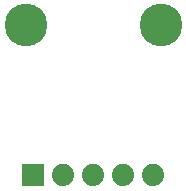
<source format=gbr>
G04 EAGLE Gerber RS-274X export*
G75*
%MOMM*%
%FSLAX34Y34*%
%LPD*%
%INSoldermask Bottom*%
%IPPOS*%
%AMOC8*
5,1,8,0,0,1.08239X$1,22.5*%
G01*
%ADD10C,3.617600*%
%ADD11R,1.879600X1.879600*%
%ADD12C,1.879600*%


D10*
X25400Y152400D03*
X139700Y152400D03*
D11*
X31750Y25400D03*
D12*
X57150Y25400D03*
X82550Y25400D03*
X107950Y25400D03*
X133350Y25400D03*
M02*

</source>
